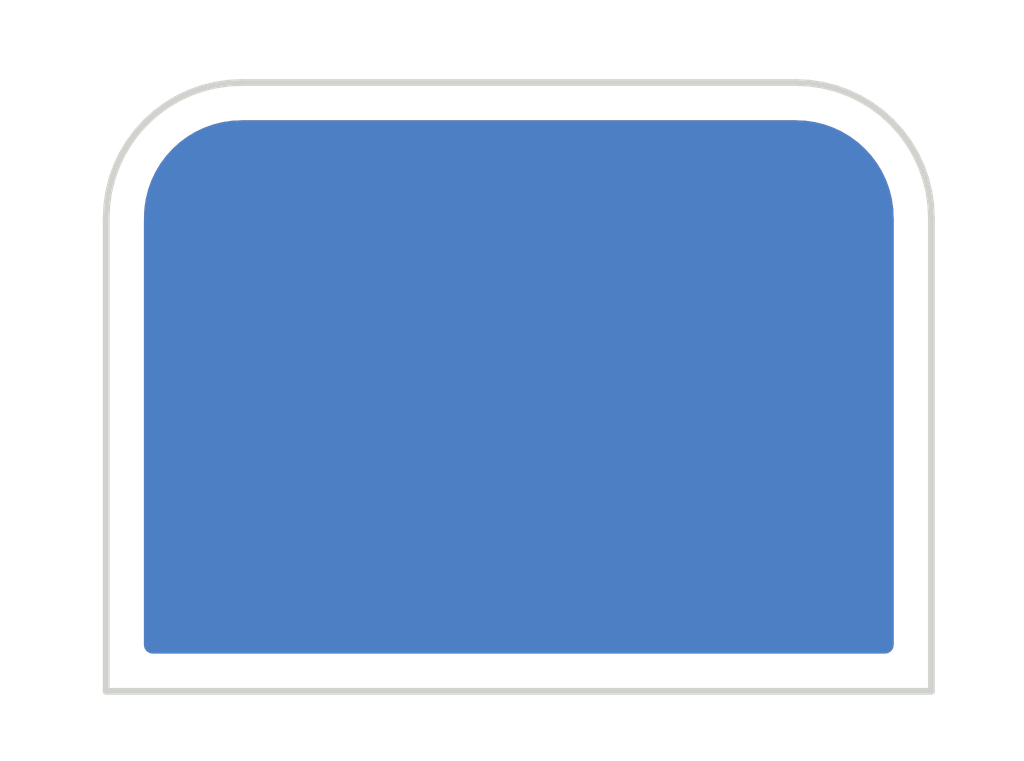
<source format=kicad_pcb>
(kicad_pcb (version 20171130) (host pcbnew "(5.1.10)-1")

  (general
    (thickness 1.6)
    (drawings 4)
    (tracks 0)
    (zones 0)
    (modules 1)
    (nets 1)
  )

  (page A4)
  (layers
    (0 F.Cu signal)
    (31 B.Cu signal)
    (32 B.Adhes user)
    (33 F.Adhes user)
    (34 B.Paste user)
    (35 F.Paste user)
    (36 B.SilkS user)
    (37 F.SilkS user)
    (38 B.Mask user)
    (39 F.Mask user)
    (40 Dwgs.User user)
    (41 Cmts.User user)
    (42 Eco1.User user)
    (43 Eco2.User user)
    (44 Edge.Cuts user)
    (45 Margin user)
    (46 B.CrtYd user)
    (47 F.CrtYd user)
    (48 B.Fab user)
    (49 F.Fab user)
  )

  (setup
    (last_trace_width 0.25)
    (trace_clearance 0.2)
    (zone_clearance 0.508)
    (zone_45_only yes)
    (trace_min 0.2)
    (via_size 0.8)
    (via_drill 0.4)
    (via_min_size 0.4)
    (via_min_drill 0.3)
    (uvia_size 0.3)
    (uvia_drill 0.1)
    (uvias_allowed no)
    (uvia_min_size 0.2)
    (uvia_min_drill 0.1)
    (edge_width 0.05)
    (segment_width 0.2)
    (pcb_text_width 0.3)
    (pcb_text_size 1.5 1.5)
    (mod_edge_width 0.12)
    (mod_text_size 1 1)
    (mod_text_width 0.15)
    (pad_size 1.524 1.524)
    (pad_drill 0.762)
    (pad_to_mask_clearance 0)
    (aux_axis_origin 0 0)
    (visible_elements 7FFFFFFF)
    (pcbplotparams
      (layerselection 0x010fc_ffffffff)
      (usegerberextensions false)
      (usegerberattributes true)
      (usegerberadvancedattributes true)
      (creategerberjobfile true)
      (excludeedgelayer true)
      (linewidth 0.100000)
      (plotframeref false)
      (viasonmask false)
      (mode 1)
      (useauxorigin false)
      (hpglpennumber 1)
      (hpglpenspeed 20)
      (hpglpendiameter 15.000000)
      (psnegative false)
      (psa4output false)
      (plotreference true)
      (plotvalue true)
      (plotinvisibletext false)
      (padsonsilk false)
      (subtractmaskfromsilk false)
      (outputformat 1)
      (mirror false)
      (drillshape 1)
      (scaleselection 1)
      (outputdirectory ""))
  )

  (net 0 "")

  (net_class Default "This is the default net class."
    (clearance 0.2)
    (trace_width 0.25)
    (via_dia 0.8)
    (via_drill 0.4)
    (uvia_dia 0.3)
    (uvia_drill 0.1)
  )

  (module BYTE_Sensors:BiteSensor_PCB (layer F.Cu) (tedit 615B8DF8) (tstamp 612D7DDA)
    (at 156.02 82.87)
    (path /6123C33D)
    (fp_text reference J1 (at 4.51 -5.71) (layer F.SilkS) hide
      (effects (font (size 1.27 1.27) (thickness 0.15)))
    )
    (fp_text value Bite (at 1.53 -5.89) (layer F.SilkS) hide
      (effects (font (size 1.27 1.27) (thickness 0.15)))
    )
    (fp_line (start -5.4 -2.69) (end -5.4 -2.69) (layer Edge.Cuts) (width 0.1))
    (fp_line (start -5.39021 -2.88768) (end -5.4 -2.69) (layer Edge.Cuts) (width 0.1))
    (fp_line (start -5.36122 -3.082) (end -5.39021 -2.88768) (layer Edge.Cuts) (width 0.1))
    (fp_line (start -5.31355 -3.27167) (end -5.36122 -3.082) (layer Edge.Cuts) (width 0.1))
    (fp_line (start -5.24776 -3.45537) (end -5.31355 -3.27167) (layer Edge.Cuts) (width 0.1))
    (fp_line (start -5.16439 -3.63178) (end -5.24776 -3.45537) (layer Edge.Cuts) (width 0.1))
    (fp_line (start -5.06398 -3.7996) (end -5.16439 -3.63178) (layer Edge.Cuts) (width 0.1))
    (fp_line (start -4.94707 -3.95752) (end -5.06398 -3.7996) (layer Edge.Cuts) (width 0.1))
    (fp_line (start -4.81421 -4.10421) (end -4.94707 -3.95752) (layer Edge.Cuts) (width 0.1))
    (fp_line (start -4.66752 -4.23707) (end -4.81421 -4.10421) (layer Edge.Cuts) (width 0.1))
    (fp_line (start -4.5096 -4.35398) (end -4.66752 -4.23707) (layer Edge.Cuts) (width 0.1))
    (fp_line (start -4.34178 -4.45439) (end -4.5096 -4.35398) (layer Edge.Cuts) (width 0.1))
    (fp_line (start -4.16537 -4.53776) (end -4.34178 -4.45439) (layer Edge.Cuts) (width 0.1))
    (fp_line (start -3.98167 -4.60355) (end -4.16537 -4.53776) (layer Edge.Cuts) (width 0.1))
    (fp_line (start -3.792 -4.65122) (end -3.98167 -4.60355) (layer Edge.Cuts) (width 0.1))
    (fp_line (start -3.59768 -4.68021) (end -3.792 -4.65122) (layer Edge.Cuts) (width 0.1))
    (fp_line (start -3.4 -4.69) (end -3.59768 -4.68021) (layer Edge.Cuts) (width 0.1))
    (fp_line (start 4.8 -4.69) (end -3.4 -4.69) (layer Edge.Cuts) (width 0.1))
    (fp_line (start 4.99768 -4.68021) (end 4.8 -4.69) (layer Edge.Cuts) (width 0.1))
    (fp_line (start 5.192 -4.65122) (end 4.99768 -4.68021) (layer Edge.Cuts) (width 0.1))
    (fp_line (start 5.38167 -4.60355) (end 5.192 -4.65122) (layer Edge.Cuts) (width 0.1))
    (fp_line (start 5.56537 -4.53776) (end 5.38167 -4.60355) (layer Edge.Cuts) (width 0.1))
    (fp_line (start 5.74178 -4.45439) (end 5.56537 -4.53776) (layer Edge.Cuts) (width 0.1))
    (fp_line (start 5.9096 -4.35398) (end 5.74178 -4.45439) (layer Edge.Cuts) (width 0.1))
    (fp_line (start 6.06752 -4.23707) (end 5.9096 -4.35398) (layer Edge.Cuts) (width 0.1))
    (fp_line (start 6.21421 -4.10421) (end 6.06752 -4.23707) (layer Edge.Cuts) (width 0.1))
    (fp_line (start 6.34707 -3.95752) (end 6.21421 -4.10421) (layer Edge.Cuts) (width 0.1))
    (fp_line (start 6.46398 -3.7996) (end 6.34707 -3.95752) (layer Edge.Cuts) (width 0.1))
    (fp_line (start 6.56439 -3.63178) (end 6.46398 -3.7996) (layer Edge.Cuts) (width 0.1))
    (fp_line (start 6.64776 -3.45537) (end 6.56439 -3.63178) (layer Edge.Cuts) (width 0.1))
    (fp_line (start 6.71355 -3.27167) (end 6.64776 -3.45537) (layer Edge.Cuts) (width 0.1))
    (fp_line (start 6.76122 -3.082) (end 6.71355 -3.27167) (layer Edge.Cuts) (width 0.1))
    (fp_line (start 6.79021 -2.88768) (end 6.76122 -3.082) (layer Edge.Cuts) (width 0.1))
    (fp_line (start 6.8 -2.69) (end 6.79021 -2.88768) (layer Edge.Cuts) (width 0.1))
    (fp_line (start 6.8 4.31) (end 6.8 -2.69) (layer Edge.Cuts) (width 0.1))
    (fp_line (start -5.4 4.31) (end 6.8 4.31) (layer Edge.Cuts) (width 0.1))
    (fp_line (start -5.4 -2.69) (end -5.4 4.31) (layer Edge.Cuts) (width 0.1))
  )

  (gr_circle (center 160.72 84.14) (end 161.11 84.15) (layer F.Mask) (width 2) (tstamp 615B920E))
  (gr_circle (center 152.97 84.24) (end 153.36 84.25) (layer F.Mask) (width 2) (tstamp 615B920C))
  (gr_circle (center 152.97 80.97) (end 153.36 80.98) (layer F.Mask) (width 2) (tstamp 615BED3A))
  (gr_circle (center 160.64 80.86) (end 161.08 80.9) (layer F.Mask) (width 2))

  (zone (net 0) (net_name "") (layer F.Cu) (tstamp 0) (hatch edge 0.508)
    (connect_pads (clearance 0.508))
    (min_thickness 0.254)
    (fill yes (arc_segments 32) (thermal_gap 0.508) (thermal_bridge_width 0.508))
    (polygon
      (pts
        (xy 164.2 88.23) (xy 149.05 88.23) (xy 149.05 77.1) (xy 164.2 77.1)
      )
    )
    (filled_polygon
      (pts
        (xy 160.950035 78.872279) (xy 161.077655 78.891318) (xy 161.202235 78.922629) (xy 161.322921 78.965851) (xy 161.438815 79.020622)
        (xy 161.549044 79.086574) (xy 161.652752 79.16335) (xy 161.749248 79.250749) (xy 161.836654 79.347253) (xy 161.913426 79.450956)
        (xy 161.979378 79.561185) (xy 162.034149 79.677079) (xy 162.077371 79.797765) (xy 162.108682 79.922346) (xy 162.127721 80.049966)
        (xy 162.135001 80.196965) (xy 162.135 86.495) (xy 151.305 86.495) (xy 151.305 80.213647) (xy 151.308314 80.18)
        (xy 151.306667 80.16328) (xy 151.312279 80.049965) (xy 151.331318 79.922345) (xy 151.362629 79.797765) (xy 151.405851 79.677079)
        (xy 151.460622 79.561185) (xy 151.526574 79.450956) (xy 151.60335 79.347248) (xy 151.690749 79.250752) (xy 151.787253 79.163346)
        (xy 151.890956 79.086574) (xy 152.001185 79.020622) (xy 152.117079 78.965851) (xy 152.237765 78.922629) (xy 152.362346 78.891318)
        (xy 152.489966 78.872279) (xy 152.636945 78.865) (xy 160.803055 78.865)
      )
    )
  )
  (zone (net 0) (net_name "") (layer B.Cu) (tstamp 615BED2A) (hatch edge 0.508)
    (connect_pads (clearance 0.508))
    (min_thickness 0.254)
    (fill yes (arc_segments 32) (thermal_gap 0.508) (thermal_bridge_width 0.508))
    (polygon
      (pts
        (xy 164.2 88.09) (xy 149.05 88.09) (xy 149.05 76.96) (xy 164.2 76.96)
      )
    )
    (filled_polygon
      (pts
        (xy 160.950035 78.872279) (xy 161.077655 78.891318) (xy 161.202235 78.922629) (xy 161.322921 78.965851) (xy 161.438815 79.020622)
        (xy 161.549044 79.086574) (xy 161.652752 79.16335) (xy 161.749248 79.250749) (xy 161.836654 79.347253) (xy 161.913426 79.450956)
        (xy 161.979378 79.561185) (xy 162.034149 79.677079) (xy 162.077371 79.797765) (xy 162.108682 79.922346) (xy 162.127721 80.049966)
        (xy 162.135001 80.196965) (xy 162.135 86.495) (xy 151.305 86.495) (xy 151.305 80.213647) (xy 151.308314 80.18)
        (xy 151.306667 80.16328) (xy 151.312279 80.049965) (xy 151.331318 79.922345) (xy 151.362629 79.797765) (xy 151.405851 79.677079)
        (xy 151.460622 79.561185) (xy 151.526574 79.450956) (xy 151.60335 79.347248) (xy 151.690749 79.250752) (xy 151.787253 79.163346)
        (xy 151.890956 79.086574) (xy 152.001185 79.020622) (xy 152.117079 78.965851) (xy 152.237765 78.922629) (xy 152.362346 78.891318)
        (xy 152.489966 78.872279) (xy 152.636945 78.865) (xy 160.803055 78.865)
      )
    )
  )
)

</source>
